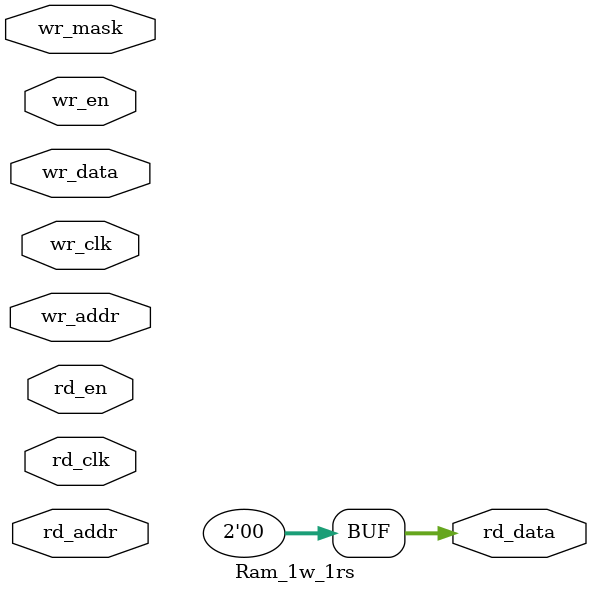
<source format=v>
module Ram_1w_1rs(	// file.cleaned.mlir:2:3
  input        wr_clk,	// file.cleaned.mlir:2:28
               wr_en,	// file.cleaned.mlir:2:45
  input  [1:0] wr_mask,	// file.cleaned.mlir:2:61
               wr_addr,	// file.cleaned.mlir:2:79
               wr_data,	// file.cleaned.mlir:2:97
  input        rd_clk,	// file.cleaned.mlir:2:115
               rd_en,	// file.cleaned.mlir:2:132
  input  [1:0] rd_addr,	// file.cleaned.mlir:2:148
  output [1:0] rd_data	// file.cleaned.mlir:2:167
);

  assign rd_data = 2'h0;	// file.cleaned.mlir:3:14, :4:5
endmodule


</source>
